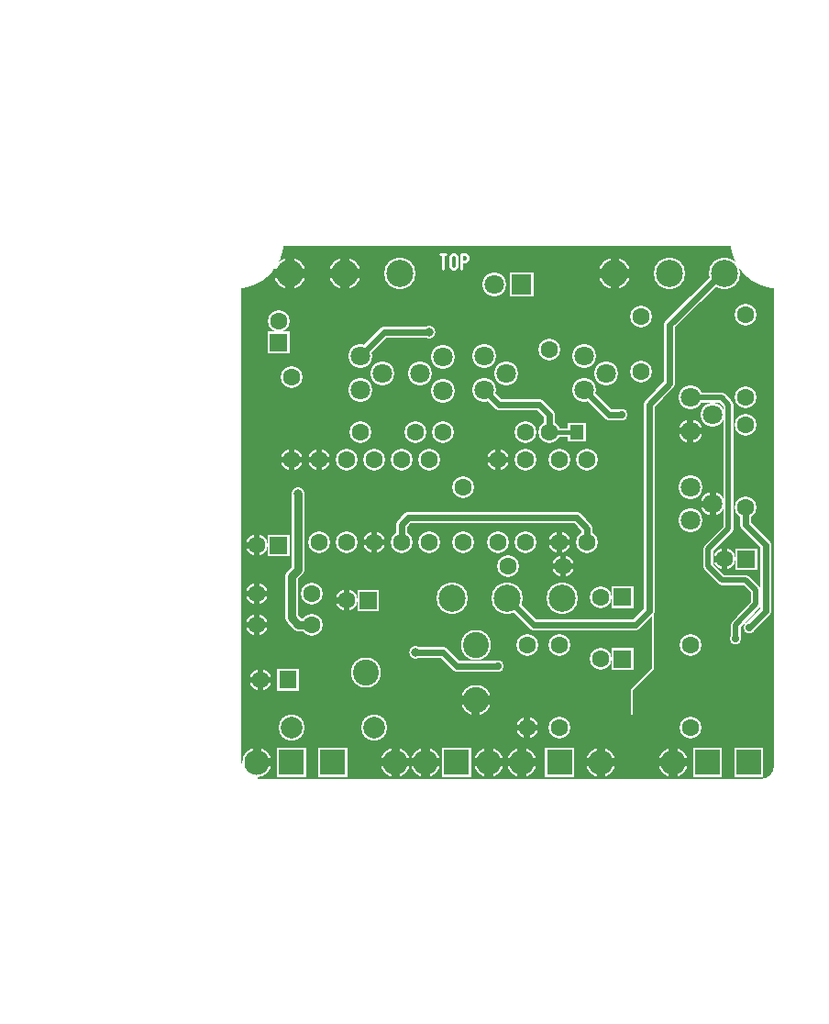
<source format=gtl>
%FSLAX34Y34*%
%MOMM*%
%LNCOPPER_TOP*%
G71*
G01*
%ADD10C, 2.700*%
%ADD11C, 2.000*%
%ADD12C, 0.800*%
%ADD13C, 0.238*%
%ADD14C, 0.150*%
%ADD15C, 0.600*%
%ADD16C, 2.900*%
%ADD17C, 2.200*%
%ADD18C, 2.400*%
%ADD19C, 1.200*%
%ADD20C, 1.200*%
%ADD21C, 2.800*%
%ADD22C, 1.100*%
%ADD23C, 1.000*%
%ADD24C, 2.200*%
%ADD25C, 0.900*%
%ADD26C, 0.200*%
%ADD27R, 1.700X1.800*%
%ADD28C, 0.767*%
%ADD29C, 0.533*%
%ADD30C, 0.833*%
%ADD31C, 2.300*%
%ADD32C, 1.600*%
%ADD33C, 2.500*%
%ADD34C, 1.800*%
%ADD35C, 2.000*%
%ADD36C, 0.800*%
%ADD37C, 2.400*%
%ADD38C, 0.700*%
%ADD39C, 1.800*%
%ADD40C, 0.500*%
%ADD41R, 1.300X1.400*%
%ADD42C, 0.400*%
%LPD*%
G36*
X-200000Y700000D02*
X529000Y700000D01*
X529000Y-200000D01*
X-200000Y-200000D01*
X-200000Y700000D01*
G37*
%LPC*%
X19050Y19050D02*
G54D10*
D03*
G36*
X37300Y32550D02*
X64300Y32550D01*
X64300Y5550D01*
X37300Y5550D01*
X37300Y32550D01*
G37*
X174625Y19050D02*
G54D10*
D03*
G36*
X189700Y32550D02*
X216700Y32550D01*
X216700Y5550D01*
X189700Y5550D01*
X189700Y32550D01*
G37*
X22225Y95250D02*
G54D11*
D03*
G36*
X37625Y105250D02*
X57625Y105250D01*
X57625Y85250D01*
X37625Y85250D01*
X37625Y105250D01*
G37*
G36*
X284950Y32550D02*
X311950Y32550D01*
X311950Y5550D01*
X284950Y5550D01*
X284950Y32550D01*
G37*
X19050Y146050D02*
G54D11*
D03*
X69850Y146050D02*
G54D11*
D03*
G36*
X459575Y32550D02*
X486575Y32550D01*
X486575Y5550D01*
X459575Y5550D01*
X459575Y32550D01*
G37*
X19050Y219075D02*
G54D11*
D03*
G36*
X29050Y229074D02*
X49050Y229074D01*
X49050Y209074D01*
X29050Y209074D01*
X29050Y229074D01*
G37*
G54D12*
X40000Y500000D02*
X460000Y500000D01*
G54D12*
G75*
G01X460000Y500000D02*
G03X500000Y460000I40000J0D01*
G01*
G54D12*
G75*
G01X485000Y0D02*
G03X500000Y15000I0J15000D01*
G01*
G54D12*
X0Y460000D02*
X0Y15000D01*
G54D12*
G75*
G01X0Y15000D02*
G03X15000Y0I15000J0D01*
G01*
G54D12*
X485000Y0D02*
X15000Y0D01*
G54D12*
G75*
G01X0Y460000D02*
G03X40000Y500000I0J40000D01*
G01*
G54D12*
X500000Y15000D02*
X500000Y460000D01*
G54D13*
X190550Y474722D02*
X190550Y488056D01*
G54D13*
X187884Y488056D02*
X193217Y488056D01*
G54D13*
X203217Y485556D02*
X203217Y477222D01*
X202550Y475556D01*
X201217Y474722D01*
X199884Y474722D01*
X198550Y475556D01*
X197884Y477222D01*
X197884Y485556D01*
X198550Y487222D01*
X199884Y488056D01*
X201217Y488056D01*
X202550Y487222D01*
X203217Y485556D01*
G54D13*
X207884Y474722D02*
X207884Y488056D01*
X211217Y488056D01*
X212550Y487222D01*
X213217Y485556D01*
X213217Y483889D01*
X212550Y482222D01*
X211217Y481389D01*
X207884Y481389D01*
G36*
X17500Y17500D02*
X2500Y17500D01*
X0Y15000D01*
X0Y10000D01*
X10000Y0D01*
X20000Y0D01*
X17500Y17500D01*
G37*
G54D14*
X17500Y17500D02*
X2500Y17500D01*
X0Y15000D01*
X0Y10000D01*
X10000Y0D01*
X20000Y0D01*
X17500Y17500D01*
G36*
X75400Y32550D02*
X102400Y32550D01*
X102400Y5550D01*
X75400Y5550D01*
X75400Y32550D01*
G37*
G36*
X500000Y697500D02*
X805000Y697500D01*
X805000Y-237500D01*
X500000Y-237500D01*
X500000Y697500D01*
G37*
G54D15*
X500000Y697500D02*
X805000Y697500D01*
X805000Y-237500D01*
X500000Y-237500D01*
X500000Y697500D01*
G36*
X697500Y700000D02*
X-200000Y700000D01*
X-200000Y502500D01*
X697500Y502500D01*
X697500Y700000D01*
G37*
G54D15*
X697500Y700000D02*
X-200000Y700000D01*
X-200000Y502500D01*
X697500Y502500D01*
X697500Y700000D01*
G36*
X0Y697500D02*
X-200000Y697500D01*
X-200000Y-242500D01*
X0Y-242500D01*
X0Y697500D01*
G37*
G54D15*
X0Y697500D02*
X-200000Y697500D01*
X-200000Y-242500D01*
X0Y-242500D01*
X0Y697500D01*
G36*
X-175000Y0D02*
X722500Y0D01*
X722500Y-212500D01*
X-175000Y-212500D01*
X-175000Y0D01*
G37*
G54D15*
X-175000Y0D02*
X722500Y0D01*
X722500Y-212500D01*
X-175000Y-212500D01*
X-175000Y0D01*
G36*
X465000Y502500D02*
X465000Y487500D01*
X487500Y465000D01*
X502500Y465000D01*
X502500Y497500D01*
X500000Y500000D01*
X465000Y502500D01*
G37*
G54D15*
X465000Y502500D02*
X465000Y487500D01*
X487500Y465000D01*
X502500Y465000D01*
X502500Y497500D01*
X500000Y500000D01*
X465000Y502500D01*
G36*
X37500Y505000D02*
X37500Y490000D01*
X12500Y465000D01*
X-12500Y465000D01*
X-12500Y492500D01*
X2500Y507500D01*
X37500Y505000D01*
G37*
G54D15*
X37500Y505000D02*
X37500Y490000D01*
X12500Y465000D01*
X-12500Y465000D01*
X-12500Y492500D01*
X2500Y507500D01*
X37500Y505000D01*
X451000Y470000D02*
G54D16*
D03*
X400200Y470000D02*
G54D16*
D03*
X349400Y470000D02*
G54D16*
D03*
X150962Y470000D02*
G54D16*
D03*
X100162Y470000D02*
G54D16*
D03*
X49362Y470000D02*
G54D16*
D03*
X301000Y169962D02*
G54D16*
D03*
X250200Y169963D02*
G54D16*
D03*
X199400Y169962D02*
G54D16*
D03*
X190500Y361950D02*
G54D17*
D03*
X190500Y392906D02*
G54D17*
D03*
X169862Y377825D02*
G54D17*
D03*
X127000Y50800D02*
G54D18*
D03*
X50800Y50800D02*
G54D18*
D03*
X147002Y19050D02*
G54D10*
D03*
X190500Y323850D02*
G54D11*
D03*
X266700Y323850D02*
G54D11*
D03*
X19050Y174625D02*
G54D11*
D03*
X69850Y174625D02*
G54D11*
D03*
X228600Y393700D02*
G54D17*
D03*
X228600Y362744D02*
G54D17*
D03*
X249237Y377825D02*
G54D17*
D03*
X76200Y298450D02*
G54D11*
D03*
X76200Y222250D02*
G54D11*
D03*
X101600Y298450D02*
G54D11*
D03*
X101600Y222250D02*
G54D11*
D03*
X152400Y298450D02*
G54D11*
D03*
X152400Y222250D02*
G54D11*
D03*
X177800Y298450D02*
G54D11*
D03*
X177800Y222250D02*
G54D11*
D03*
X241300Y298450D02*
G54D11*
D03*
X241300Y222250D02*
G54D11*
D03*
X114300Y393700D02*
G54D17*
D03*
X114300Y362744D02*
G54D17*
D03*
X134938Y377825D02*
G54D17*
D03*
X114300Y323850D02*
G54D11*
D03*
X165100Y323850D02*
G54D11*
D03*
G54D19*
X69850Y146050D02*
X57150Y146050D01*
X50800Y152400D01*
X50800Y190500D01*
X57150Y196850D01*
X57150Y266700D01*
X127000Y298450D02*
G54D11*
D03*
X127000Y222250D02*
G54D11*
D03*
X57150Y266700D02*
G54D20*
D03*
X50800Y374650D02*
G54D11*
D03*
X50800Y298450D02*
G54D11*
D03*
X39050Y426400D02*
G54D11*
D03*
G36*
X49050Y416400D02*
X49050Y396400D01*
X29050Y396400D01*
X29050Y416400D01*
X49050Y416400D01*
G37*
X220819Y76446D02*
G54D21*
D03*
X220819Y127246D02*
G54D21*
D03*
X119219Y101846D02*
G54D21*
D03*
X266700Y298450D02*
G54D11*
D03*
X266700Y222250D02*
G54D11*
D03*
X101600Y168275D02*
G54D11*
D03*
G36*
X111600Y178274D02*
X131600Y178274D01*
X131600Y158274D01*
X111600Y158274D01*
X111600Y178274D01*
G37*
X209550Y273050D02*
G54D11*
D03*
X209550Y222250D02*
G54D11*
D03*
X320675Y393700D02*
G54D17*
D03*
X320675Y362744D02*
G54D17*
D03*
X341312Y377825D02*
G54D17*
D03*
X165100Y120650D02*
G54D20*
D03*
X241300Y107950D02*
G54D22*
D03*
X288856Y399970D02*
G54D11*
D03*
X288856Y323770D02*
G54D11*
D03*
G54D23*
X288856Y323770D02*
X288856Y339794D01*
X279400Y349250D01*
X242094Y349250D01*
X228600Y362744D01*
X336550Y171450D02*
G54D11*
D03*
G36*
X346550Y181450D02*
X366550Y181450D01*
X366550Y161450D01*
X346550Y161450D01*
X346550Y181450D01*
G37*
X250825Y200025D02*
G54D11*
D03*
X301625Y200025D02*
G54D11*
D03*
X177800Y415925D02*
G54D20*
D03*
G54D23*
X114300Y393700D02*
X136525Y415925D01*
X177800Y415925D01*
X298450Y298450D02*
G54D11*
D03*
X298450Y222250D02*
G54D11*
D03*
X323850Y298450D02*
G54D11*
D03*
X323850Y222250D02*
G54D11*
D03*
G54D23*
X152400Y222250D02*
X152400Y238125D01*
X158750Y244475D01*
X314412Y244475D01*
X323850Y235038D01*
X323850Y222250D01*
X373504Y430396D02*
G54D11*
D03*
X373504Y379596D02*
G54D11*
D03*
X336550Y114300D02*
G54D11*
D03*
G36*
X346550Y124300D02*
X366550Y124300D01*
X366550Y104300D01*
X346550Y104300D01*
X346550Y124300D01*
G37*
X355600Y339725D02*
G54D22*
D03*
X268288Y127000D02*
G54D11*
D03*
X268288Y50800D02*
G54D11*
D03*
X298450Y127000D02*
G54D11*
D03*
X298450Y50800D02*
G54D11*
D03*
G54D23*
X355600Y339725D02*
X343694Y339725D01*
X320675Y362744D01*
X233045Y19050D02*
G54D10*
D03*
X263525Y19050D02*
G54D10*
D03*
X237778Y460000D02*
G54D24*
D03*
G36*
X274178Y449000D02*
X252178Y449000D01*
X252178Y471000D01*
X274178Y471000D01*
X274178Y449000D01*
G37*
X419100Y355600D02*
G54D17*
D03*
X419100Y324644D02*
G54D17*
D03*
X439738Y339725D02*
G54D17*
D03*
G54D23*
X451000Y470000D02*
X447825Y470000D01*
X400200Y422375D01*
X400200Y368450D01*
X381000Y349250D01*
X381000Y158750D01*
X368300Y146050D01*
X274112Y146050D01*
X250200Y169963D01*
X469900Y330200D02*
G54D11*
D03*
X469900Y254000D02*
G54D11*
D03*
X419100Y273050D02*
G54D17*
D03*
X419100Y242094D02*
G54D17*
D03*
X439738Y257175D02*
G54D17*
D03*
X469900Y431800D02*
G54D11*
D03*
X469900Y355600D02*
G54D11*
D03*
G54D23*
X165100Y120650D02*
X190500Y120650D01*
X203200Y107950D01*
X241300Y107950D01*
X450850Y206375D02*
G54D11*
D03*
G36*
X460850Y216375D02*
X480850Y216375D01*
X480850Y196375D01*
X460850Y196375D01*
X460850Y216375D01*
G37*
X419100Y127000D02*
G54D11*
D03*
X419100Y50800D02*
G54D11*
D03*
X473075Y142875D02*
G54D22*
D03*
G54D23*
X469900Y254000D02*
X469900Y238125D01*
X488950Y219075D01*
X488950Y158750D01*
X473075Y142875D01*
G54D25*
X419100Y355600D02*
X447675Y355600D01*
X454025Y349250D01*
X454025Y234950D01*
X434975Y215900D01*
X434975Y200025D01*
X447675Y187325D01*
X469900Y187325D01*
X479425Y177800D01*
X479425Y165100D01*
X460375Y146050D01*
X460375Y133350D01*
X460375Y133350D02*
G54D22*
D03*
G36*
X421475Y32550D02*
X448475Y32550D01*
X448475Y5550D01*
X421475Y5550D01*
X421475Y32550D01*
G37*
X403225Y19050D02*
G54D10*
D03*
G54D26*
X384175Y155575D02*
X384175Y104775D01*
X365125Y85725D01*
X365125Y63500D01*
X336550Y19050D02*
G54D10*
D03*
X314325Y323850D02*
G54D27*
D03*
G54D12*
X288856Y323770D02*
X314245Y323770D01*
X314325Y323850D01*
%LPD*%
G54D28*
G36*
X15217Y19050D02*
X15217Y33050D01*
X22883Y33050D01*
X22883Y19050D01*
X15217Y19050D01*
G37*
G36*
X19050Y22883D02*
X33050Y22883D01*
X33050Y15217D01*
X19050Y15217D01*
X19050Y22883D01*
G37*
G54D28*
G36*
X170792Y19050D02*
X170792Y33050D01*
X178458Y33050D01*
X178458Y19050D01*
X170792Y19050D01*
G37*
G36*
X174625Y22883D02*
X188625Y22883D01*
X188625Y15217D01*
X174625Y15217D01*
X174625Y22883D01*
G37*
G36*
X178458Y19050D02*
X178458Y5050D01*
X170792Y5050D01*
X170792Y19050D01*
X178458Y19050D01*
G37*
G36*
X174625Y15217D02*
X160625Y15217D01*
X160625Y22883D01*
X174625Y22883D01*
X174625Y15217D01*
G37*
G54D29*
G36*
X19558Y95250D02*
X19558Y105750D01*
X24892Y105750D01*
X24892Y95250D01*
X19558Y95250D01*
G37*
G36*
X22225Y97917D02*
X32725Y97917D01*
X32725Y92583D01*
X22225Y92583D01*
X22225Y97917D01*
G37*
G36*
X24892Y95250D02*
X24892Y84750D01*
X19558Y84750D01*
X19558Y95250D01*
X24892Y95250D01*
G37*
G36*
X22225Y92583D02*
X11725Y92583D01*
X11725Y97917D01*
X22225Y97917D01*
X22225Y92583D01*
G37*
G54D29*
G36*
X16383Y146050D02*
X16383Y156550D01*
X21717Y156550D01*
X21717Y146050D01*
X16383Y146050D01*
G37*
G36*
X19050Y148717D02*
X29550Y148717D01*
X29550Y143383D01*
X19050Y143383D01*
X19050Y148717D01*
G37*
G36*
X21717Y146050D02*
X21717Y135550D01*
X16383Y135550D01*
X16383Y146050D01*
X21717Y146050D01*
G37*
G36*
X19050Y143383D02*
X8550Y143383D01*
X8550Y148717D01*
X19050Y148717D01*
X19050Y143383D01*
G37*
G54D29*
G36*
X16383Y219075D02*
X16383Y229575D01*
X21717Y229575D01*
X21717Y219075D01*
X16383Y219075D01*
G37*
G36*
X21717Y219075D02*
X21717Y208575D01*
X16383Y208575D01*
X16383Y219075D01*
X21717Y219075D01*
G37*
G36*
X19050Y216408D02*
X8550Y216408D01*
X8550Y221742D01*
X19050Y221742D01*
X19050Y216408D01*
G37*
G54D30*
G36*
X353567Y470000D02*
X353567Y455000D01*
X345233Y455000D01*
X345233Y470000D01*
X353567Y470000D01*
G37*
G36*
X349400Y465833D02*
X334400Y465833D01*
X334400Y474167D01*
X349400Y474167D01*
X349400Y465833D01*
G37*
G36*
X345233Y470000D02*
X345233Y485000D01*
X353567Y485000D01*
X353567Y470000D01*
X345233Y470000D01*
G37*
G36*
X349400Y474167D02*
X364400Y474167D01*
X364400Y465833D01*
X349400Y465833D01*
X349400Y474167D01*
G37*
G54D30*
G36*
X104329Y470000D02*
X104329Y455000D01*
X95995Y455000D01*
X95995Y470000D01*
X104329Y470000D01*
G37*
G36*
X100162Y465833D02*
X85162Y465833D01*
X85162Y474167D01*
X100162Y474167D01*
X100162Y465833D01*
G37*
G36*
X95995Y470000D02*
X95995Y485000D01*
X104329Y485000D01*
X104329Y470000D01*
X95995Y470000D01*
G37*
G36*
X100162Y474167D02*
X115162Y474167D01*
X115162Y465833D01*
X100162Y465833D01*
X100162Y474167D01*
G37*
G54D30*
G36*
X53529Y470000D02*
X53529Y455000D01*
X45195Y455000D01*
X45195Y470000D01*
X53529Y470000D01*
G37*
G36*
X49362Y465833D02*
X34362Y465833D01*
X34362Y474167D01*
X49362Y474167D01*
X49362Y465833D01*
G37*
G36*
X45195Y470000D02*
X45195Y485000D01*
X53529Y485000D01*
X53529Y470000D01*
X45195Y470000D01*
G37*
G36*
X49362Y474167D02*
X64362Y474167D01*
X64362Y465833D01*
X49362Y465833D01*
X49362Y474167D01*
G37*
G54D28*
G36*
X143169Y19050D02*
X143169Y33050D01*
X150836Y33050D01*
X150836Y19050D01*
X143169Y19050D01*
G37*
G36*
X147002Y22883D02*
X161002Y22883D01*
X161002Y15217D01*
X147002Y15217D01*
X147002Y22883D01*
G37*
G36*
X150836Y19050D02*
X150836Y5050D01*
X143169Y5050D01*
X143169Y19050D01*
X150836Y19050D01*
G37*
G36*
X147002Y15217D02*
X133002Y15217D01*
X133002Y22883D01*
X147002Y22883D01*
X147002Y15217D01*
G37*
G54D29*
G36*
X16383Y174625D02*
X16383Y185125D01*
X21717Y185125D01*
X21717Y174625D01*
X16383Y174625D01*
G37*
G36*
X19050Y177292D02*
X29550Y177292D01*
X29550Y171958D01*
X19050Y171958D01*
X19050Y177292D01*
G37*
G36*
X21717Y174625D02*
X21717Y164125D01*
X16383Y164125D01*
X16383Y174625D01*
X21717Y174625D01*
G37*
G36*
X19050Y171958D02*
X8550Y171958D01*
X8550Y177292D01*
X19050Y177292D01*
X19050Y171958D01*
G37*
G54D29*
G36*
X76200Y301117D02*
X86700Y301117D01*
X86700Y295783D01*
X76200Y295783D01*
X76200Y301117D01*
G37*
G36*
X78867Y298450D02*
X78867Y287950D01*
X73533Y287950D01*
X73533Y298450D01*
X78867Y298450D01*
G37*
G36*
X76200Y295783D02*
X65700Y295783D01*
X65700Y301117D01*
X76200Y301117D01*
X76200Y295783D01*
G37*
G36*
X73533Y298450D02*
X73533Y308950D01*
X78867Y308950D01*
X78867Y298450D01*
X73533Y298450D01*
G37*
G54D29*
G36*
X241300Y301117D02*
X251800Y301117D01*
X251800Y295783D01*
X241300Y295783D01*
X241300Y301117D01*
G37*
G36*
X243967Y298450D02*
X243967Y287950D01*
X238633Y287950D01*
X238633Y298450D01*
X243967Y298450D01*
G37*
G36*
X241300Y295783D02*
X230800Y295783D01*
X230800Y301117D01*
X241300Y301117D01*
X241300Y295783D01*
G37*
G36*
X238633Y298450D02*
X238633Y308950D01*
X243967Y308950D01*
X243967Y298450D01*
X238633Y298450D01*
G37*
G54D29*
G36*
X127000Y224917D02*
X137500Y224917D01*
X137500Y219583D01*
X127000Y219583D01*
X127000Y224917D01*
G37*
G36*
X129667Y222250D02*
X129667Y211750D01*
X124333Y211750D01*
X124333Y222250D01*
X129667Y222250D01*
G37*
G36*
X127000Y219583D02*
X116500Y219583D01*
X116500Y224917D01*
X127000Y224917D01*
X127000Y219583D01*
G37*
G36*
X124333Y222250D02*
X124333Y232750D01*
X129667Y232750D01*
X129667Y222250D01*
X124333Y222250D01*
G37*
G54D29*
G36*
X50800Y301117D02*
X61300Y301117D01*
X61300Y295783D01*
X50800Y295783D01*
X50800Y301117D01*
G37*
G36*
X53467Y298450D02*
X53467Y287950D01*
X48133Y287950D01*
X48133Y298450D01*
X53467Y298450D01*
G37*
G36*
X50800Y295783D02*
X40300Y295783D01*
X40300Y301117D01*
X50800Y301117D01*
X50800Y295783D01*
G37*
G36*
X48133Y298450D02*
X48133Y308950D01*
X53467Y308950D01*
X53467Y298450D01*
X48133Y298450D01*
G37*
G54D12*
G36*
X220819Y72446D02*
X206319Y72446D01*
X206319Y80446D01*
X220819Y80446D01*
X220819Y72446D01*
G37*
G36*
X220819Y80446D02*
X235319Y80446D01*
X235319Y72446D01*
X220819Y72446D01*
X220819Y80446D01*
G37*
G36*
X224819Y76446D02*
X224819Y61946D01*
X216819Y61946D01*
X216819Y76446D01*
X224819Y76446D01*
G37*
G54D29*
G36*
X98933Y168275D02*
X98933Y178775D01*
X104267Y178775D01*
X104267Y168275D01*
X98933Y168275D01*
G37*
G36*
X104267Y168275D02*
X104267Y157775D01*
X98933Y157775D01*
X98933Y168275D01*
X104267Y168275D01*
G37*
G36*
X101600Y165608D02*
X91100Y165608D01*
X91100Y170942D01*
X101600Y170942D01*
X101600Y165608D01*
G37*
G54D29*
G36*
X298958Y200025D02*
X298958Y210525D01*
X304292Y210525D01*
X304292Y200025D01*
X298958Y200025D01*
G37*
G36*
X301625Y202692D02*
X312125Y202692D01*
X312125Y197358D01*
X301625Y197358D01*
X301625Y202692D01*
G37*
G36*
X304292Y200025D02*
X304292Y189525D01*
X298958Y189525D01*
X298958Y200025D01*
X304292Y200025D01*
G37*
G36*
X301625Y197358D02*
X291125Y197358D01*
X291125Y202692D01*
X301625Y202692D01*
X301625Y197358D01*
G37*
G54D29*
G36*
X298450Y224917D02*
X308950Y224917D01*
X308950Y219583D01*
X298450Y219583D01*
X298450Y224917D01*
G37*
G36*
X301117Y222250D02*
X301117Y211750D01*
X295783Y211750D01*
X295783Y222250D01*
X301117Y222250D01*
G37*
G36*
X298450Y219583D02*
X287950Y219583D01*
X287950Y224917D01*
X298450Y224917D01*
X298450Y219583D01*
G37*
G36*
X295783Y222250D02*
X295783Y232750D01*
X301117Y232750D01*
X301117Y222250D01*
X295783Y222250D01*
G37*
G54D29*
G36*
X268288Y53467D02*
X278788Y53467D01*
X278788Y48133D01*
X268288Y48133D01*
X268288Y53467D01*
G37*
G36*
X270955Y50800D02*
X270955Y40300D01*
X265621Y40300D01*
X265621Y50800D01*
X270955Y50800D01*
G37*
G36*
X268288Y48133D02*
X257788Y48133D01*
X257788Y53467D01*
X268288Y53467D01*
X268288Y48133D01*
G37*
G36*
X265621Y50800D02*
X265621Y61300D01*
X270955Y61300D01*
X270955Y50800D01*
X265621Y50800D01*
G37*
G54D28*
G36*
X229212Y19050D02*
X229212Y33050D01*
X236878Y33050D01*
X236878Y19050D01*
X229212Y19050D01*
G37*
G36*
X233045Y22883D02*
X247045Y22883D01*
X247045Y15217D01*
X233045Y15217D01*
X233045Y22883D01*
G37*
G36*
X236878Y19050D02*
X236878Y5050D01*
X229212Y5050D01*
X229212Y19050D01*
X236878Y19050D01*
G37*
G36*
X233045Y15217D02*
X219045Y15217D01*
X219045Y22883D01*
X233045Y22883D01*
X233045Y15217D01*
G37*
G54D28*
G36*
X259692Y19050D02*
X259692Y33050D01*
X267358Y33050D01*
X267358Y19050D01*
X259692Y19050D01*
G37*
G36*
X263525Y22883D02*
X277525Y22883D01*
X277525Y15217D01*
X263525Y15217D01*
X263525Y22883D01*
G37*
G36*
X267358Y19050D02*
X267358Y5050D01*
X259692Y5050D01*
X259692Y19050D01*
X267358Y19050D01*
G37*
G36*
X263525Y15217D02*
X249525Y15217D01*
X249525Y22883D01*
X263525Y22883D01*
X263525Y15217D01*
G37*
G54D15*
G36*
X419100Y327644D02*
X430600Y327644D01*
X430600Y321644D01*
X419100Y321644D01*
X419100Y327644D01*
G37*
G36*
X422100Y324644D02*
X422100Y313144D01*
X416100Y313144D01*
X416100Y324644D01*
X422100Y324644D01*
G37*
G36*
X419100Y321644D02*
X407600Y321644D01*
X407600Y327644D01*
X419100Y327644D01*
X419100Y321644D01*
G37*
G36*
X416100Y324644D02*
X416100Y336144D01*
X422100Y336144D01*
X422100Y324644D01*
X416100Y324644D01*
G37*
G54D15*
G36*
X442738Y257175D02*
X442738Y245675D01*
X436738Y245675D01*
X436738Y257175D01*
X442738Y257175D01*
G37*
G36*
X439738Y254175D02*
X428238Y254175D01*
X428238Y260175D01*
X439738Y260175D01*
X439738Y254175D01*
G37*
G36*
X436738Y257175D02*
X436738Y268675D01*
X442738Y268675D01*
X442738Y257175D01*
X436738Y257175D01*
G37*
G54D29*
G36*
X448183Y206375D02*
X448183Y216875D01*
X453517Y216875D01*
X453517Y206375D01*
X448183Y206375D01*
G37*
G36*
X453517Y206375D02*
X453517Y195875D01*
X448183Y195875D01*
X448183Y206375D01*
X453517Y206375D01*
G37*
G36*
X450850Y203708D02*
X440350Y203708D01*
X440350Y209042D01*
X450850Y209042D01*
X450850Y203708D01*
G37*
G54D28*
G36*
X399392Y19050D02*
X399392Y33050D01*
X407058Y33050D01*
X407058Y19050D01*
X399392Y19050D01*
G37*
G36*
X403225Y22883D02*
X417225Y22883D01*
X417225Y15217D01*
X403225Y15217D01*
X403225Y22883D01*
G37*
G36*
X407058Y19050D02*
X407058Y5050D01*
X399392Y5050D01*
X399392Y19050D01*
X407058Y19050D01*
G37*
G36*
X403225Y15217D02*
X389225Y15217D01*
X389225Y22883D01*
X403225Y22883D01*
X403225Y15217D01*
G37*
G54D28*
G36*
X332717Y19050D02*
X332717Y33050D01*
X340383Y33050D01*
X340383Y19050D01*
X332717Y19050D01*
G37*
G36*
X336550Y22883D02*
X350550Y22883D01*
X350550Y15217D01*
X336550Y15217D01*
X336550Y22883D01*
G37*
G36*
X340383Y19050D02*
X340383Y5050D01*
X332717Y5050D01*
X332717Y19050D01*
X340383Y19050D01*
G37*
G36*
X336550Y15217D02*
X322550Y15217D01*
X322550Y22883D01*
X336550Y22883D01*
X336550Y15217D01*
G37*
X19050Y19050D02*
G54D31*
D03*
G36*
X39300Y30550D02*
X62300Y30550D01*
X62300Y7550D01*
X39300Y7550D01*
X39300Y30550D01*
G37*
X174625Y19050D02*
G54D31*
D03*
G36*
X191700Y30550D02*
X214700Y30550D01*
X214700Y7550D01*
X191700Y7550D01*
X191700Y30550D01*
G37*
X22225Y95250D02*
G54D32*
D03*
G36*
X39625Y103250D02*
X55625Y103250D01*
X55625Y87250D01*
X39625Y87250D01*
X39625Y103250D01*
G37*
G36*
X286950Y30550D02*
X309950Y30550D01*
X309950Y7550D01*
X286950Y7550D01*
X286950Y30550D01*
G37*
X19050Y146050D02*
G54D32*
D03*
X69850Y146050D02*
G54D32*
D03*
G36*
X461575Y30550D02*
X484575Y30550D01*
X484575Y7550D01*
X461575Y7550D01*
X461575Y30550D01*
G37*
X19050Y219075D02*
G54D32*
D03*
G36*
X31050Y227074D02*
X47050Y227074D01*
X47050Y211074D01*
X31050Y211074D01*
X31050Y227074D01*
G37*
G36*
X77400Y30550D02*
X100400Y30550D01*
X100400Y7550D01*
X77400Y7550D01*
X77400Y30550D01*
G37*
X451000Y470000D02*
G54D33*
D03*
X400200Y470000D02*
G54D33*
D03*
X349400Y470000D02*
G54D33*
D03*
X150962Y470000D02*
G54D33*
D03*
X100162Y470000D02*
G54D33*
D03*
X49362Y470000D02*
G54D33*
D03*
X301000Y169962D02*
G54D33*
D03*
X250200Y169963D02*
G54D33*
D03*
X199400Y169962D02*
G54D33*
D03*
X190500Y361950D02*
G54D34*
D03*
X190500Y392906D02*
G54D34*
D03*
X169862Y377825D02*
G54D34*
D03*
X127000Y50800D02*
G54D35*
D03*
X50800Y50800D02*
G54D35*
D03*
X147002Y19050D02*
G54D31*
D03*
X190500Y323850D02*
G54D32*
D03*
X266700Y323850D02*
G54D32*
D03*
X19050Y174625D02*
G54D32*
D03*
X69850Y174625D02*
G54D32*
D03*
X228600Y393700D02*
G54D34*
D03*
X228600Y362744D02*
G54D34*
D03*
X249237Y377825D02*
G54D34*
D03*
X76200Y298450D02*
G54D32*
D03*
X76200Y222250D02*
G54D32*
D03*
X101600Y298450D02*
G54D32*
D03*
X101600Y222250D02*
G54D32*
D03*
X152400Y298450D02*
G54D32*
D03*
X152400Y222250D02*
G54D32*
D03*
X177800Y298450D02*
G54D32*
D03*
X177800Y222250D02*
G54D32*
D03*
X241300Y298450D02*
G54D32*
D03*
X241300Y222250D02*
G54D32*
D03*
X114300Y393700D02*
G54D34*
D03*
X114300Y362744D02*
G54D34*
D03*
X134938Y377825D02*
G54D34*
D03*
X114300Y323850D02*
G54D32*
D03*
X165100Y323850D02*
G54D32*
D03*
G54D12*
X69850Y146050D02*
X57150Y146050D01*
X50800Y152400D01*
X50800Y190500D01*
X57150Y196850D01*
X57150Y266700D01*
X127000Y298450D02*
G54D32*
D03*
X127000Y222250D02*
G54D32*
D03*
X57150Y266700D02*
G54D36*
D03*
X50800Y374650D02*
G54D32*
D03*
X50800Y298450D02*
G54D32*
D03*
X39050Y426400D02*
G54D32*
D03*
G36*
X47050Y414400D02*
X47050Y398400D01*
X31050Y398400D01*
X31050Y414400D01*
X47050Y414400D01*
G37*
X220819Y76446D02*
G54D37*
D03*
X220819Y127246D02*
G54D37*
D03*
X119219Y101846D02*
G54D37*
D03*
X266700Y298450D02*
G54D32*
D03*
X266700Y222250D02*
G54D32*
D03*
X101600Y168275D02*
G54D32*
D03*
G36*
X113600Y176274D02*
X129600Y176274D01*
X129600Y160274D01*
X113600Y160274D01*
X113600Y176274D01*
G37*
X209550Y273050D02*
G54D32*
D03*
X209550Y222250D02*
G54D32*
D03*
X320675Y393700D02*
G54D34*
D03*
X320675Y362744D02*
G54D34*
D03*
X341312Y377825D02*
G54D34*
D03*
X165100Y120650D02*
G54D36*
D03*
X241300Y107950D02*
G54D38*
D03*
X288856Y399970D02*
G54D32*
D03*
X288856Y323770D02*
G54D32*
D03*
G54D15*
X288856Y323770D02*
X288856Y339794D01*
X279400Y349250D01*
X242094Y349250D01*
X228600Y362744D01*
X336550Y171450D02*
G54D32*
D03*
G36*
X348550Y179450D02*
X364550Y179450D01*
X364550Y163450D01*
X348550Y163450D01*
X348550Y179450D01*
G37*
X250825Y200025D02*
G54D32*
D03*
X301625Y200025D02*
G54D32*
D03*
X177800Y415925D02*
G54D36*
D03*
G54D15*
X114300Y393700D02*
X136525Y415925D01*
X177800Y415925D01*
X298450Y298450D02*
G54D32*
D03*
X298450Y222250D02*
G54D32*
D03*
X323850Y298450D02*
G54D32*
D03*
X323850Y222250D02*
G54D32*
D03*
G54D15*
X152400Y222250D02*
X152400Y238125D01*
X158750Y244475D01*
X314412Y244475D01*
X323850Y235038D01*
X323850Y222250D01*
X373504Y430396D02*
G54D32*
D03*
X373504Y379596D02*
G54D32*
D03*
X336550Y114300D02*
G54D32*
D03*
G36*
X348550Y122300D02*
X364550Y122300D01*
X364550Y106300D01*
X348550Y106300D01*
X348550Y122300D01*
G37*
X355600Y339725D02*
G54D38*
D03*
X268288Y127000D02*
G54D32*
D03*
X268288Y50800D02*
G54D32*
D03*
X298450Y127000D02*
G54D32*
D03*
X298450Y50800D02*
G54D32*
D03*
G54D15*
X355600Y339725D02*
X343694Y339725D01*
X320675Y362744D01*
X233045Y19050D02*
G54D31*
D03*
X263525Y19050D02*
G54D31*
D03*
X237778Y460000D02*
G54D39*
D03*
G36*
X272178Y451000D02*
X254178Y451000D01*
X254178Y469000D01*
X272178Y469000D01*
X272178Y451000D01*
G37*
X419100Y355600D02*
G54D34*
D03*
X419100Y324644D02*
G54D34*
D03*
X439738Y339725D02*
G54D34*
D03*
G54D15*
X451000Y470000D02*
X447825Y470000D01*
X400200Y422375D01*
X400200Y368450D01*
X381000Y349250D01*
X381000Y158750D01*
X368300Y146050D01*
X274112Y146050D01*
X250200Y169963D01*
X469900Y330200D02*
G54D32*
D03*
X469900Y254000D02*
G54D32*
D03*
X419100Y273050D02*
G54D34*
D03*
X419100Y242094D02*
G54D34*
D03*
X439738Y257175D02*
G54D34*
D03*
X469900Y431800D02*
G54D32*
D03*
X469900Y355600D02*
G54D32*
D03*
G54D15*
X165100Y120650D02*
X190500Y120650D01*
X203200Y107950D01*
X241300Y107950D01*
X450850Y206375D02*
G54D32*
D03*
G36*
X462850Y214375D02*
X478850Y214375D01*
X478850Y198375D01*
X462850Y198375D01*
X462850Y214375D01*
G37*
X419100Y127000D02*
G54D32*
D03*
X419100Y50800D02*
G54D32*
D03*
X473075Y142875D02*
G54D38*
D03*
G54D15*
X469900Y254000D02*
X469900Y238125D01*
X488950Y219075D01*
X488950Y158750D01*
X473075Y142875D01*
G54D40*
X419100Y355600D02*
X447675Y355600D01*
X454025Y349250D01*
X454025Y234950D01*
X434975Y215900D01*
X434975Y200025D01*
X447675Y187325D01*
X469900Y187325D01*
X479425Y177800D01*
X479425Y165100D01*
X460375Y146050D01*
X460375Y133350D01*
X460375Y133350D02*
G54D38*
D03*
G36*
X423475Y30550D02*
X446475Y30550D01*
X446475Y7550D01*
X423475Y7550D01*
X423475Y30550D01*
G37*
X403225Y19050D02*
G54D31*
D03*
X336550Y19050D02*
G54D31*
D03*
X314325Y323850D02*
G54D41*
D03*
G54D42*
X288856Y323770D02*
X314245Y323770D01*
X314325Y323850D01*
M02*

</source>
